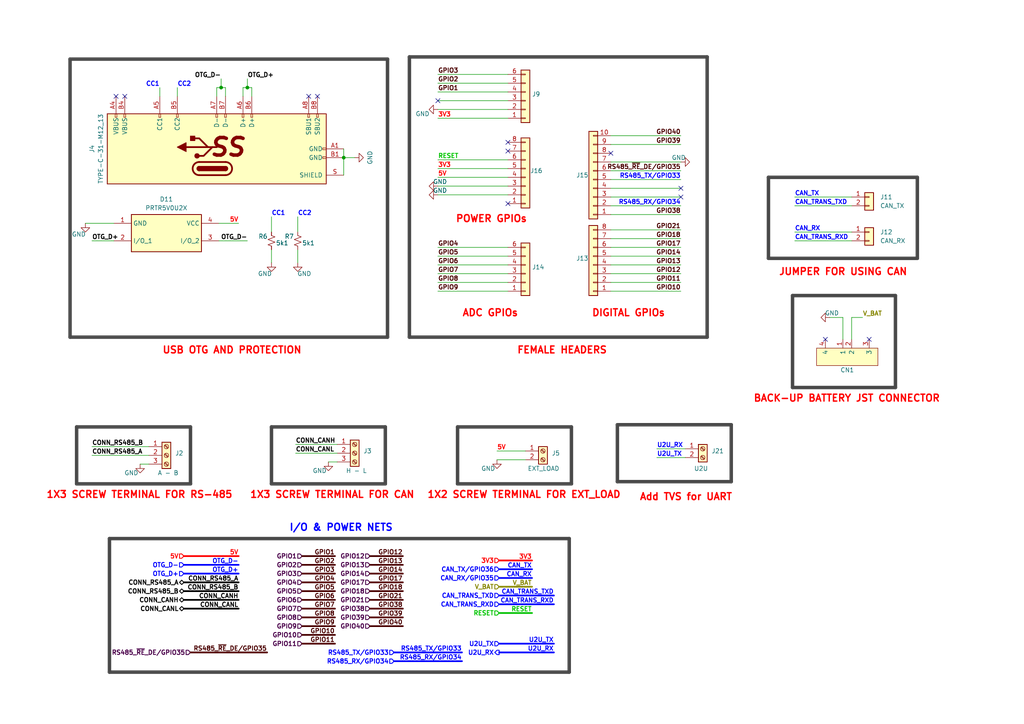
<source format=kicad_sch>
(kicad_sch (version 20230121) (generator eeschema)
  (paper "A4")
  (lib_symbols
    (symbol "ESP32-S3_DB:Conn_01x02" (pin_names (offset 1.016) hide)
      (property "Reference" "J" (at 0 2.54 0))
      (property "Value" "Conn_01x02" (at 0 -5.08 0))
      (symbol "Conn_01x02_1_1"
        (rectangle (start -1.27 -2.413) (end 0 -2.667) (stroke (width 0.1524)))
        (rectangle (start -1.27 0.127) (end 0 -0.127) (stroke (width 0.1524)))
        (rectangle (start -1.27 1.27) (end 1.27 -3.81) (stroke (width 0.254)) (fill (type background)))
        (pin passive line (at -5.08 0 0) (length 3.81) (name "Pin_1") (number "1"))
        (pin passive line (at -5.08 -2.54 0) (length 3.81) (name "Pin_2") (number "2"))
      )
    )
    (symbol "ESP32-S3_DB:Conn_01x06" (pin_names (offset 1.016) hide)
      (property "Reference" "J" (at 0 7.62 0))
      (property "Value" "Conn_01x06" (at 0 -10.16 0))
      (symbol "Conn_01x06_1_1"
        (rectangle (start -1.27 -7.493) (end 0 -7.747) (stroke (width 0.1524)))
        (rectangle (start -1.27 -4.953) (end 0 -5.207) (stroke (width 0.1524)))
        (rectangle (start -1.27 -2.413) (end 0 -2.667) (stroke (width 0.1524)))
        (rectangle (start -1.27 0.127) (end 0 -0.127) (stroke (width 0.1524)))
        (rectangle (start -1.27 2.667) (end 0 2.413) (stroke (width 0.1524)))
        (rectangle (start -1.27 5.207) (end 0 4.953) (stroke (width 0.1524)))
        (rectangle (start -1.27 6.35) (end 1.27 -8.89) (stroke (width 0.254)) (fill (type background)))
        (pin passive line (at -5.08 5.08 0) (length 3.81) (name "Pin_1") (number "1"))
        (pin passive line (at -5.08 2.54 0) (length 3.81) (name "Pin_2") (number "2"))
        (pin passive line (at -5.08 0 0) (length 3.81) (name "Pin_3") (number "3"))
        (pin passive line (at -5.08 -2.54 0) (length 3.81) (name "Pin_4") (number "4"))
        (pin passive line (at -5.08 -5.08 0) (length 3.81) (name "Pin_5") (number "5"))
        (pin passive line (at -5.08 -7.62 0) (length 3.81) (name "Pin_6") (number "6"))
      )
    )
    (symbol "ESP32-S3_DB:Conn_01x08" (pin_names (offset 1.016) hide)
      (property "Reference" "J" (at 0 10.16 0))
      (property "Value" "Conn_01x08" (at 0 -12.7 0))
      (symbol "Conn_01x08_1_1"
        (rectangle (start -1.27 -10.033) (end 0 -10.287) (stroke (width 0.1524)))
        (rectangle (start -1.27 -7.493) (end 0 -7.747) (stroke (width 0.1524)))
        (rectangle (start -1.27 -4.953) (end 0 -5.207) (stroke (width 0.1524)))
        (rectangle (start -1.27 -2.413) (end 0 -2.667) (stroke (width 0.1524)))
        (rectangle (start -1.27 0.127) (end 0 -0.127) (stroke (width 0.1524)))
        (rectangle (start -1.27 2.667) (end 0 2.413) (stroke (width 0.1524)))
        (rectangle (start -1.27 5.207) (end 0 4.953) (stroke (width 0.1524)))
        (rectangle (start -1.27 7.747) (end 0 7.493) (stroke (width 0.1524)))
        (rectangle (start -1.27 8.89) (end 1.27 -11.43) (stroke (width 0.254)) (fill (type background)))
        (pin passive line (at -5.08 7.62 0) (length 3.81) (name "Pin_1") (number "1"))
        (pin passive line (at -5.08 5.08 0) (length 3.81) (name "Pin_2") (number "2"))
        (pin passive line (at -5.08 2.54 0) (length 3.81) (name "Pin_3") (number "3"))
        (pin passive line (at -5.08 0 0) (length 3.81) (name "Pin_4") (number "4"))
        (pin passive line (at -5.08 -2.54 0) (length 3.81) (name "Pin_5") (number "5"))
        (pin passive line (at -5.08 -5.08 0) (length 3.81) (name "Pin_6") (number "6"))
        (pin passive line (at -5.08 -7.62 0) (length 3.81) (name "Pin_7") (number "7"))
        (pin passive line (at -5.08 -10.16 0) (length 3.81) (name "Pin_8") (number "8"))
      )
    )
    (symbol "ESP32-S3_DB:Conn_01x10" (pin_names (offset 1.016) hide)
      (property "Reference" "J" (at 0 12.7 0))
      (property "Value" "Conn_01x10" (at 0 -15.24 0))
      (symbol "Conn_01x10_1_1"
        (rectangle (start -1.27 -12.573) (end 0 -12.827) (stroke (width 0.1524)))
        (rectangle (start -1.27 -10.033) (end 0 -10.287) (stroke (width 0.1524)))
        (rectangle (start -1.27 -7.493) (end 0 -7.747) (stroke (width 0.1524)))
        (rectangle (start -1.27 -4.953) (end 0 -5.207) (stroke (width 0.1524)))
        (rectangle (start -1.27 -2.413) (end 0 -2.667) (stroke (width 0.1524)))
        (rectangle (start -1.27 0.127) (end 0 -0.127) (stroke (width 0.1524)))
        (rectangle (start -1.27 2.667) (end 0 2.413) (stroke (width 0.1524)))
        (rectangle (start -1.27 5.207) (end 0 4.953) (stroke (width 0.1524)))
        (rectangle (start -1.27 7.747) (end 0 7.493) (stroke (width 0.1524)))
        (rectangle (start -1.27 10.287) (end 0 10.033) (stroke (width 0.1524)))
        (rectangle (start -1.27 11.43) (end 1.27 -13.97) (stroke (width 0.254)) (fill (type background)))
        (pin passive line (at -5.08 10.16 0) (length 3.81) (name "Pin_1") (number "1"))
        (pin passive line (at -5.08 -12.7 0) (length 3.81) (name "Pin_10") (number "10"))
        (pin passive line (at -5.08 7.62 0) (length 3.81) (name "Pin_2") (number "2"))
        (pin passive line (at -5.08 5.08 0) (length 3.81) (name "Pin_3") (number "3"))
        (pin passive line (at -5.08 2.54 0) (length 3.81) (name "Pin_4") (number "4"))
        (pin passive line (at -5.08 0 0) (length 3.81) (name "Pin_5") (number "5"))
        (pin passive line (at -5.08 -2.54 0) (length 3.81) (name "Pin_6") (number "6"))
        (pin passive line (at -5.08 -5.08 0) (length 3.81) (name "Pin_7") (number "7"))
        (pin passive line (at -5.08 -7.62 0) (length 3.81) (name "Pin_8") (number "8"))
        (pin passive line (at -5.08 -10.16 0) (length 3.81) (name "Pin_9") (number "9"))
      )
    )
    (symbol "ESP32-S3_DB:GND" (power) (pin_names (offset 0))
      (property "Value" "GND" (at 0 -3.81 0))
      (symbol "GND_0_1"
        (polyline (pts (xy 0 0) (xy 0 -1.27) (xy 1.27 -1.27) (xy 0 -2.54) (xy -1.27 -1.27) (xy 0 -1.27)))
      )
      (symbol "GND_1_1"
        (pin power_in line (at 0 0 270) (length 0) hide (name "GND") (number "1"))
      )
    )
    (symbol "ESP32-S3_DB:PRTR5V0U2X"
      (property "Reference" "D" (at 14.605 6.985 0))
      (property "Value" "PRTR5V0U2X" (at 9.525 5.08 0))
      (symbol "PRTR5V0U2X_1_1"
        (rectangle (start 5.08 2.54) (end 25.4 -8.255) (stroke (width 0.254)) (fill (type background)))
        (pin passive line (at 0 0 0) (length 5.08) (name "GND") (number "1"))
        (pin passive line (at 0 -5.08 0) (length 5.08) (name "I/O_1") (number "2"))
        (pin passive line (at 30.48 -5.08 180) (length 5.08) (name "I/O_2") (number "3"))
        (pin passive line (at 30.48 0 180) (length 5.08) (name "VCC") (number "4"))
      )
    )
    (symbol "ESP32-S3_DB:R_Small_US" (pin_numbers hide) (pin_names (offset 0.254) hide)
      (property "Reference" "R" (at 0.762 0.508 0))
      (property "Value" "R_Small_US" (at 0.762 -1.016 0))
      (symbol "R_Small_US_1_1"
        (polyline (pts (xy 0 0) (xy 1.016 -0.381) (xy 0 -0.762) (xy -1.016 -1.143) (xy 0 -1.524)))
        (polyline (pts (xy 0 1.524) (xy 1.016 1.143) (xy 0 0.762) (xy -1.016 0.381) (xy 0 0)))
        (pin passive line (at 0 2.54 270) (length 1.016) (name "~") (number "1"))
        (pin passive line (at 0 -2.54 90) (length 1.016) (name "~") (number "2"))
      )
    )
    (symbol "ESP32-S3_DB:SM02B-SRSS-TB(LF)(SN)"
      (property "Reference" "CN" (at 0 8.89 0))
      (property "Value" "SM02B-SRSS-TB (LF)(SN)" (at 0 -1.27 0))
      (symbol "SM02B-SRSS-TB(LF)(SN)_0_1"
        (rectangle (start -8.89 1.27) (end 8.89 -3.81) (fill (type background)))
        (pin unspecified line (at -1.27 3.81 270) (length 2.54) (name "1") (number "1"))
        (pin unspecified line (at 1.27 3.81 270) (length 2.54) (name "2") (number "2"))
        (pin unspecified line (at 6.35 3.81 270) (length 2.54) (name "3") (number "3"))
        (pin unspecified line (at -6.35 3.81 270) (length 2.54) (name "4") (number "4"))
      )
    )
    (symbol "ESP32-S3_DB:Screw_Terminal_01x02" (pin_names (offset 1.016) hide)
      (property "Reference" "J" (at 0 2.54 0))
      (property "Value" "Screw_Terminal_01x02" (at 0 -5.08 0))
      (symbol "Screw_Terminal_01x02_1_1"
        (rectangle (start -1.27 1.27) (end 1.27 -3.81) (stroke (width 0.254)) (fill (type background)))
        (circle (center 0 -2.54) (radius 0.635) (stroke (width 0.1524)))
        (polyline (pts (xy -0.5334 -2.2098) (xy 0.3302 -3.048)) (stroke (width 0.1524)))
        (polyline (pts (xy -0.5334 0.3302) (xy 0.3302 -0.508)) (stroke (width 0.1524)))
        (polyline (pts (xy -0.3556 -2.032) (xy 0.508 -2.8702)) (stroke (width 0.1524)))
        (polyline (pts (xy -0.3556 0.508) (xy 0.508 -0.3302)) (stroke (width 0.1524)))
        (circle (center 0 0) (radius 0.635) (stroke (width 0.1524)))
        (pin passive line (at -5.08 0 0) (length 3.81) (name "Pin_1") (number "1"))
        (pin passive line (at -5.08 -2.54 0) (length 3.81) (name "Pin_2") (number "2"))
      )
    )
    (symbol "ESP32-S3_DB:Screw_Terminal_01x03" (pin_names (offset 1.016) hide)
      (property "Reference" "J" (at 0 5.08 0))
      (property "Value" "Screw_Terminal_01x03" (at 0 -5.08 0))
      (symbol "Screw_Terminal_01x03_1_1"
        (rectangle (start -1.27 3.81) (end 1.27 -3.81) (stroke (width 0.254)) (fill (type background)))
        (circle (center 0 -2.54) (radius 0.635) (stroke (width 0.1524)))
        (polyline (pts (xy -0.5334 -2.2098) (xy 0.3302 -3.048)) (stroke (width 0.1524)))
        (polyline (pts (xy -0.5334 0.3302) (xy 0.3302 -0.508)) (stroke (width 0.1524)))
        (polyline (pts (xy -0.5334 2.8702) (xy 0.3302 2.032)) (stroke (width 0.1524)))
        (polyline (pts (xy -0.3556 -2.032) (xy 0.508 -2.8702)) (stroke (width 0.1524)))
        (polyline (pts (xy -0.3556 0.508) (xy 0.508 -0.3302)) (stroke (width 0.1524)))
        (polyline (pts (xy -0.3556 3.048) (xy 0.508 2.2098)) (stroke (width 0.1524)))
        (circle (center 0 0) (radius 0.635) (stroke (width 0.1524)))
        (circle (center 0 2.54) (radius 0.635) (stroke (width 0.1524)))
        (pin passive line (at -5.08 2.54 0) (length 3.81) (name "Pin_1") (number "1"))
        (pin passive line (at -5.08 0 0) (length 3.81) (name "Pin_2") (number "2"))
        (pin passive line (at -5.08 -2.54 0) (length 3.81) (name "Pin_3") (number "3"))
      )
    )
    (symbol "ESP32-S3_DB:TYPE_C_CONNECTOR" (pin_names (offset 1.016))
      (property "Reference" "J4" (at 0 36.195 0))
      (property "Value" "TYPE-C-31-M12_13" (at 0 33.655 0))
      (symbol "TYPE_C_CONNECTOR_0_0"
        (rectangle (start -0.254 -31.75) (end 0.254 -30.734))
        (rectangle (start 10.16 -28.956) (end 9.144 -29.464))
        (rectangle (start 10.16 -26.416) (end 9.144 -26.924))
        (rectangle (start 10.16 -9.906) (end 9.144 -10.414))
        (rectangle (start 10.16 -7.366) (end 9.144 -7.874))
        (rectangle (start 10.16 -2.286) (end 9.144 -2.794))
        (rectangle (start 10.16 0.254) (end 9.144 -0.254))
        (rectangle (start 10.16 11.684) (end 9.144 11.176))
        (rectangle (start 10.16 16.764) (end 9.144 16.256))
        (rectangle (start 10.16 29.464) (end 9.144 28.956))
        (text "SS" (at 0.508 -3.175 900) (effects (font (size 5.08 5.08) bold italic)))
      )
      (symbol "TYPE_C_CONNECTOR_0_1"
        (rectangle (start -10.16 31.75) (end 10.16 -31.75) (stroke (width 0.254)) (fill (type background)))
        (arc (start -7.62 -2.54) (mid -5.715 -4.4367) (end -3.81 -2.54) (stroke (width 0.508)))
        (arc (start -6.35 -2.54) (mid -5.715 -3.1723) (end -5.08 -2.54) (stroke (width 0.254)))
        (arc (start -6.35 -2.54) (mid -5.715 -3.1723) (end -5.08 -2.54) (stroke (width 0.254)) (fill (type outline)))
        (rectangle (start -6.35 -2.54) (end -5.08 5.08) (stroke (width 0.254)) (fill (type outline)))
        (arc (start -5.08 5.08) (mid -5.715 5.7123) (end -6.35 5.08) (stroke (width 0.254)))
        (arc (start -5.08 5.08) (mid -5.715 5.7123) (end -6.35 5.08) (stroke (width 0.254)) (fill (type outline)))
        (arc (start -3.81 5.08) (mid -5.715 6.9767) (end -7.62 5.08) (stroke (width 0.508)))
        (circle (center -2.032 5.715) (radius 0.635) (stroke (width 0.254)) (fill (type outline)))
        (polyline (pts (xy -7.62 -2.54) (xy -7.62 5.08)) (stroke (width 0.508)))
        (polyline (pts (xy -3.81 5.08) (xy -3.81 -2.54)) (stroke (width 0.508)))
        (polyline (pts (xy 0.508 0) (xy 0.508 8.89)) (stroke (width 0.508)))
        (polyline (pts (xy 0.508 1.27) (xy -2.032 3.81) (xy -2.032 5.08)) (stroke (width 0.508)))
        (polyline (pts (xy 0.508 2.54) (xy 3.048 5.08) (xy 3.048 6.35)) (stroke (width 0.508)))
        (polyline (pts (xy -0.762 8.89) (xy 0.508 11.43) (xy 1.778 8.89) (xy -0.762 8.89)) (stroke (width 0.254)) (fill (type outline)))
        (rectangle (start 2.413 6.35) (end 3.683 7.62) (stroke (width 0.254)) (fill (type outline)))
      )
      (symbol "TYPE_C_CONNECTOR_1_1"
        (rectangle (start -2.794 -31.75) (end -2.286 -30.734))
        (rectangle (start 10.16 26.924) (end 9.144 26.416))
        (pin power_out line (at 0 -36.83 90) (length 5.08) (name "GND") (number "A1"))
        (pin power_out line (at 15.24 29.21 180) (length 5.08) (name "VBUS") (number "A4"))
        (pin bidirectional line (at 15.24 16.51 180) (length 5.08) (name "CC1") (number "A5"))
        (pin bidirectional line (at 15.24 -7.62 180) (length 5.08) (name "D+") (number "A6"))
        (pin bidirectional line (at 15.24 0 180) (length 5.08) (name "D-") (number "A7"))
        (pin bidirectional line (at 15.24 -26.67 180) (length 5.08) (name "SBU1") (number "A8"))
        (pin power_out line (at -2.54 -36.83 90) (length 5.08) (name "GND") (number "B1"))
        (pin power_out line (at 15.24 26.67 180) (length 5.08) (name "VBUS") (number "B4"))
        (pin bidirectional line (at 15.24 11.43 180) (length 5.08) (name "CC2") (number "B5"))
        (pin bidirectional line (at 15.24 -10.16 180) (length 5.08) (name "D+") (number "B6"))
        (pin bidirectional line (at 15.24 -2.54 180) (length 5.08) (name "D-") (number "B7"))
        (pin bidirectional line (at 15.24 -29.21 180) (length 5.08) (name "SBU2") (number "B8"))
        (pin passive line (at -7.62 -36.83 90) (length 5.08) (name "SHIELD") (number "S"))
      )
    )
  )
  (junction (at 99.695 45.72))
  (junction (at 64.135 25.4))
  (junction (at 71.755 25.4))
  (no_connect (at 177.165 44.45))
  (no_connect (at 147.32 59.055))
  (no_connect (at 92.075 27.94))
  (no_connect (at 33.655 27.94))
  (no_connect (at 127 29.21))
  (no_connect (at 252.095 98.425))
  (no_connect (at 197.485 57.15))
  (no_connect (at 197.485 54.61))
  (no_connect (at 147.32 41.275))
  (no_connect (at 89.535 27.94))
  (no_connect (at 147.32 43.815))
  (no_connect (at 239.395 98.425))
  (no_connect (at 36.195 27.94))
  (wire (pts (xy 102.87 45.72) (xy 99.695 45.72)))
  (wire (pts (xy 69.215 173.99) (xy 53.34 173.99)) (stroke (width 0.5) (color 0 0 0 1)))
  (wire (pts (xy 97.155 168.91) (xy 87.63 168.91)) (stroke (width 0.5) (color 72 0 0 1)))
  (bus (pts (xy 78.74 140.335) (xy 78.74 123.825)) (stroke (width 1) (color 72 72 72 1)))
  (wire (pts (xy 230.505 57.15) (xy 247.015 57.15)))
  (wire (pts (xy 177.165 71.755) (xy 197.485 71.755)))
  (wire (pts (xy 51.435 25.4) (xy 51.435 27.94)))
  (wire (pts (xy 127 24.13) (xy 147.32 24.13)))
  (wire (pts (xy 177.165 74.295) (xy 197.485 74.295)))
  (wire (pts (xy 116.84 179.07) (xy 107.315 179.07)) (stroke (width 0.5) (color 72 0 0 1)))
  (wire (pts (xy 62.865 25.4) (xy 64.135 25.4)))
  (wire (pts (xy 127 71.755) (xy 147.32 71.755)))
  (wire (pts (xy 97.155 163.83) (xy 87.63 163.83)) (stroke (width 0.5) (color 72 0 0 1)))
  (bus (pts (xy 165.1 194.945) (xy 31.75 194.945)) (stroke (width 1) (color 72 72 72 1)))
  (bus (pts (xy 118.745 16.51) (xy 118.745 97.79)) (stroke (width 1) (color 72 72 72 1)))
  (wire (pts (xy 244.475 92.075) (xy 244.475 98.425)))
  (wire (pts (xy 127 81.915) (xy 147.32 81.915)))
  (wire (pts (xy 73.025 25.4) (xy 73.025 27.94)))
  (wire (pts (xy 116.84 171.45) (xy 107.315 171.45)) (stroke (width 0.5) (color 72 0 0 1)))
  (wire (pts (xy 154.305 162.56) (xy 144.78 162.56)) (stroke (width 0.5) (color 255 0 0 1)))
  (wire (pts (xy 127 84.455) (xy 147.32 84.455)))
  (wire (pts (xy 127 79.375) (xy 147.32 79.375)))
  (wire (pts (xy 97.155 173.99) (xy 87.63 173.99)) (stroke (width 0.5) (color 72 0 0 1)))
  (wire (pts (xy 190.5 132.715) (xy 198.755 132.715)))
  (bus (pts (xy 31.75 156.21) (xy 31.75 194.945)) (stroke (width 1) (color 72 72 72 1)))
  (wire (pts (xy 154.305 177.8) (xy 144.78 177.8)) (stroke (width 0.5) (color 0 194 0 1)))
  (wire (pts (xy 24.765 64.77) (xy 33.02 64.77)))
  (wire (pts (xy 127 53.975) (xy 147.32 53.975)))
  (bus (pts (xy 165.735 140.335) (xy 132.715 140.335)) (stroke (width 1) (color 72 72 72 1)))
  (wire (pts (xy 64.135 25.4) (xy 64.135 22.86)))
  (wire (pts (xy 71.755 69.85) (xy 63.5 69.85)))
  (wire (pts (xy 144.145 133.35) (xy 152.4 133.35)))
  (bus (pts (xy 266.065 51.435) (xy 266.065 74.93)) (stroke (width 1) (color 72 72 72 1)))
  (wire (pts (xy 160.655 186.69) (xy 144.78 186.69)) (stroke (width 0.5) (color 0 0 255 1)))
  (bus (pts (xy 78.74 123.825) (xy 111.76 123.825)) (stroke (width 1) (color 72 72 72 1)))
  (wire (pts (xy 240.665 92.075) (xy 244.475 92.075)))
  (bus (pts (xy 55.245 123.825) (xy 55.245 140.335)) (stroke (width 1) (color 72 72 72 1)))
  (wire (pts (xy 160.655 189.23) (xy 144.78 189.23)) (stroke (width 0.5) (color 0 0 255 1)))
  (wire (pts (xy 154.305 167.64) (xy 144.78 167.64)) (stroke (width 0.5) (color 0 0 255 1)))
  (bus (pts (xy 132.715 140.335) (xy 132.715 123.825)) (stroke (width 1) (color 72 72 72 1)))
  (bus (pts (xy 229.87 85.725) (xy 229.87 112.395)) (stroke (width 1) (color 72 72 72 1)))
  (wire (pts (xy 26.67 132.08) (xy 43.18 132.08)))
  (wire (pts (xy 116.84 161.29) (xy 107.315 161.29)) (stroke (width 0.5) (color 72 0 0 1)))
  (wire (pts (xy 127 31.75) (xy 147.32 31.75)))
  (wire (pts (xy 78.74 76.2) (xy 78.74 72.39)))
  (bus (pts (xy 31.75 156.21) (xy 165.1 156.21)) (stroke (width 1) (color 72 72 72 1)))
  (wire (pts (xy 177.165 39.37) (xy 197.485 39.37)))
  (wire (pts (xy 250.19 92.075) (xy 247.015 92.075)))
  (bus (pts (xy 111.76 140.335) (xy 78.74 140.335)) (stroke (width 1) (color 72 72 72 1)))
  (wire (pts (xy 116.84 163.83) (xy 107.315 163.83)) (stroke (width 0.5) (color 72 0 0 1)))
  (wire (pts (xy 127 29.21) (xy 147.32 29.21)))
  (wire (pts (xy 65.405 25.4) (xy 65.405 27.94)))
  (wire (pts (xy 116.84 176.53) (xy 107.315 176.53)) (stroke (width 0.5) (color 72 0 0 1)))
  (wire (pts (xy 70.485 25.4) (xy 71.755 25.4)))
  (wire (pts (xy 62.865 27.94) (xy 62.865 25.4)))
  (wire (pts (xy 177.165 59.69) (xy 197.485 59.69)))
  (wire (pts (xy 127 48.895) (xy 147.32 48.895)))
  (wire (pts (xy 177.165 81.915) (xy 197.485 81.915)))
  (wire (pts (xy 230.505 59.69) (xy 247.015 59.69)))
  (wire (pts (xy 116.84 168.91) (xy 107.315 168.91)) (stroke (width 0.5) (color 72 0 0 1)))
  (wire (pts (xy 97.155 166.37) (xy 87.63 166.37)) (stroke (width 0.5) (color 72 0 0 1)))
  (bus (pts (xy 179.07 123.19) (xy 212.09 123.19)) (stroke (width 1) (color 72 72 72 1)))
  (wire (pts (xy 116.84 173.99) (xy 107.315 173.99)) (stroke (width 0.5) (color 72 0 0 1)))
  (bus (pts (xy 112.395 97.79) (xy 112.395 17.145)) (stroke (width 1) (color 72 72 72 1)))
  (wire (pts (xy 177.165 41.91) (xy 197.485 41.91)))
  (wire (pts (xy 116.84 166.37) (xy 107.315 166.37)) (stroke (width 0.5) (color 72 0 0 1)))
  (wire (pts (xy 69.215 64.77) (xy 63.5 64.77)))
  (wire (pts (xy 26.67 129.54) (xy 43.18 129.54)))
  (wire (pts (xy 177.165 54.61) (xy 197.485 54.61)))
  (wire (pts (xy 85.725 128.905) (xy 97.79 128.905)))
  (wire (pts (xy 127 76.835) (xy 147.32 76.835)))
  (wire (pts (xy 230.505 67.31) (xy 247.015 67.31)))
  (wire (pts (xy 97.155 176.53) (xy 87.63 176.53)) (stroke (width 0.5) (color 72 0 0 1)))
  (wire (pts (xy 177.165 66.675) (xy 197.485 66.675)))
  (wire (pts (xy 46.355 25.4) (xy 46.355 27.94)))
  (wire (pts (xy 71.755 25.4) (xy 71.755 22.86)))
  (wire (pts (xy 154.305 170.18) (xy 144.78 170.18)) (stroke (width 0.5) (color 132 132 0 1)))
  (wire (pts (xy 133.985 191.77) (xy 114.3 191.77)) (stroke (width 0.5) (color 0 0 255 1)))
  (wire (pts (xy 69.215 166.37) (xy 53.34 166.37)) (stroke (width 0.5) (color 0 0 255 1)))
  (wire (pts (xy 190.5 130.175) (xy 198.755 130.175)))
  (wire (pts (xy 144.145 130.81) (xy 152.4 130.81)))
  (wire (pts (xy 160.655 172.72) (xy 144.78 172.72)) (stroke (width 0.5) (color 0 0 255 1)))
  (wire (pts (xy 71.755 25.4) (xy 73.025 25.4)))
  (wire (pts (xy 177.165 69.215) (xy 197.485 69.215)))
  (bus (pts (xy 259.715 85.725) (xy 259.715 112.395)) (stroke (width 1) (color 72 72 72 1)))
  (wire (pts (xy 69.215 163.83) (xy 53.34 163.83)) (stroke (width 0.5) (color 0 0 255 1)))
  (bus (pts (xy 132.715 123.825) (xy 165.735 123.825)) (stroke (width 1) (color 72 72 72 1)))
  (bus (pts (xy 259.715 112.395) (xy 229.87 112.395)) (stroke (width 1) (color 72 72 72 1)))
  (wire (pts (xy 86.36 67.31) (xy 86.36 62.865)))
  (wire (pts (xy 69.215 168.91) (xy 53.34 168.91)) (stroke (width 0.5) (color 0 0 0 1)))
  (wire (pts (xy 78.74 67.31) (xy 78.74 62.865)))
  (bus (pts (xy 22.225 123.825) (xy 55.245 123.825)) (stroke (width 1) (color 72 72 72 1)))
  (wire (pts (xy 40.64 134.62) (xy 43.18 134.62)))
  (bus (pts (xy 111.76 123.825) (xy 111.76 140.335)) (stroke (width 1) (color 72 72 72 1)))
  (bus (pts (xy 20.32 97.79) (xy 112.395 97.79)) (stroke (width 1) (color 72 72 72 1)))
  (wire (pts (xy 154.305 165.1) (xy 144.78 165.1)) (stroke (width 0.5) (color 0 0 255 1)))
  (wire (pts (xy 160.655 175.26) (xy 144.78 175.26)) (stroke (width 0.5) (color 0 0 255 1)))
  (wire (pts (xy 97.155 161.29) (xy 87.63 161.29)) (stroke (width 0.5) (color 72 0 0 1)))
  (bus (pts (xy 22.225 140.335) (xy 22.225 123.825)) (stroke (width 1) (color 72 72 72 1)))
  (bus (pts (xy 55.245 140.335) (xy 22.225 140.335)) (stroke (width 1) (color 72 72 72 1)))
  (bus (pts (xy 165.735 123.825) (xy 165.735 140.335)) (stroke (width 1) (color 72 72 72 1)))
  (wire (pts (xy 97.155 179.07) (xy 87.63 179.07)) (stroke (width 0.5) (color 72 0 0 1)))
  (wire (pts (xy 247.015 92.075) (xy 247.015 98.425)))
  (bus (pts (xy 205.105 16.51) (xy 205.105 97.79)) (stroke (width 1) (color 72 72 72 1)))
  (wire (pts (xy 197.485 62.23) (xy 177.165 62.23)))
  (bus (pts (xy 212.09 139.7) (xy 179.07 139.7)) (stroke (width 1) (color 72 72 72 1)))
  (wire (pts (xy 127 56.515) (xy 147.32 56.515)))
  (wire (pts (xy 177.165 57.15) (xy 197.485 57.15)))
  (wire (pts (xy 97.155 181.61) (xy 87.63 181.61)) (stroke (width 0.5) (color 72 0 0 1)))
  (wire (pts (xy 127 46.355) (xy 147.32 46.355)))
  (bus (pts (xy 266.065 74.93) (xy 222.885 74.93)) (stroke (width 1) (color 72 72 72 1)))
  (bus (pts (xy 212.09 123.19) (xy 212.09 139.7)) (stroke (width 1) (color 72 72 72 1)))
  (bus (pts (xy 165.1 156.21) (xy 165.1 194.945)) (stroke (width 1) (color 72 72 72 1)))
  (wire (pts (xy 127 74.295) (xy 147.32 74.295)))
  (bus (pts (xy 229.87 85.725) (xy 259.715 85.725)) (stroke (width 1) (color 72 72 72 1)))
  (bus (pts (xy 112.395 17.145) (xy 20.32 17.145)) (stroke (width 1) (color 72 72 72 1)))
  (wire (pts (xy 97.155 171.45) (xy 87.63 171.45)) (stroke (width 0.5) (color 72 0 0 1)))
  (wire (pts (xy 177.165 49.53) (xy 197.485 49.53)))
  (wire (pts (xy 85.725 131.445) (xy 97.79 131.445)))
  (wire (pts (xy 26.67 69.85) (xy 33.02 69.85)))
  (wire (pts (xy 77.47 189.23) (xy 55.245 189.23)) (stroke (width 0.5) (color 72 0 0 1)))
  (wire (pts (xy 69.215 176.53) (xy 53.34 176.53)) (stroke (width 0.5) (color 0 0 0 1)))
  (wire (pts (xy 116.84 181.61) (xy 107.315 181.61)) (stroke (width 0.5) (color 72 0 0 1)))
  (wire (pts (xy 133.985 189.23) (xy 114.3 189.23)) (stroke (width 0.5) (color 0 0 255 1)))
  (wire (pts (xy 177.165 46.99) (xy 197.485 46.99)))
  (wire (pts (xy 127 21.59) (xy 147.32 21.59)))
  (wire (pts (xy 177.165 84.455) (xy 197.485 84.455)))
  (bus (pts (xy 222.885 51.435) (xy 266.065 51.435)) (stroke (width 1) (color 72 72 72 1)))
  (wire (pts (xy 127 26.67) (xy 147.32 26.67)))
  (wire (pts (xy 64.135 25.4) (xy 65.405 25.4)))
  (wire (pts (xy 127 34.29) (xy 147.32 34.29)))
  (wire (pts (xy 177.165 76.835) (xy 197.485 76.835)))
  (wire (pts (xy 99.695 50.8) (xy 99.695 45.72)))
  (wire (pts (xy 177.165 79.375) (xy 197.485 79.375)))
  (wire (pts (xy 99.695 45.72) (xy 99.695 43.18)))
  (wire (pts (xy 95.25 133.985) (xy 97.79 133.985)))
  (bus (pts (xy 20.32 17.145) (xy 20.32 97.79)) (stroke (width 1) (color 72 72 72 1)))
  (wire (pts (xy 86.36 76.2) (xy 86.36 72.39)))
  (bus (pts (xy 205.105 97.79) (xy 118.745 97.79)) (stroke (width 1) (color 72 72 72 1)))
  (wire (pts (xy 230.505 69.85) (xy 247.015 69.85)))
  (wire (pts (xy 97.155 184.15) (xy 87.63 184.15)) (stroke (width 0.5) (color 72 0 0 1)))
  (wire (pts (xy 69.215 171.45) (xy 53.34 171.45)) (stroke (width 0.5) (color 0 0 0 1)))
  (wire (pts (xy 127 51.435) (xy 147.32 51.435)))
  (wire (pts (xy 69.215 161.29) (xy 53.34 161.29)) (stroke (width 0.5) (color 255 0 0 1)))
  (wire (pts (xy 177.165 52.07) (xy 197.485 52.07)))
  (wire (pts (xy 97.155 186.69) (xy 87.63 186.69)) (stroke (width 0.5) (color 72 0 0 1)))
  (bus (pts (xy 179.07 139.7) (xy 179.07 123.19)) (stroke (width 1) (color 72 72 72 1)))
  (wire (pts (xy 70.485 27.94) (xy 70.485 25.4)))
  (bus (pts (xy 118.745 16.51) (xy 205.105 16.51)) (stroke (width 1) (color 72 72 72 1)))
  (bus (pts (xy 222.885 51.435) (xy 222.885 74.93)) (stroke (width 1) (color 72 72 72 1)))
  (text "DIGITAL GPIOs" (at 193.04 92.075 0) (effects (font (size 2 2) bold) (justify right bottom)))
  (text "1X3 SCREW TERMINAL FOR RS-485" (at 13.335 144.78 0) (effects (font (size 2 2) bold) (justify left bottom)))
  (text "FEMALE HEADERS" (at 149.86 102.87 0) (effects (font (size 2 2) bold) (justify left bottom)))
  (text "1X2 SCREW TERMINAL FOR EXT_LOAD" (at 123.825 144.78 0) (effects (font (size 2 2) bold) (justify left bottom)))
  (text "Add TVS for UART\n" (at 185.42 145.415 0) (effects (font (size 2 2) bold) (justify left bottom)))
  (text "ADC GPIOs" (at 133.985 92.075 0) (effects (font (size 2 2) bold) (justify left bottom)))
  (text "JUMPER FOR USING CAN" (at 225.806 80.137 0) (effects (font (size 2 2) bold) (justify left bottom)))
  (text "USB OTG AND PROTECTION" (at 46.99 102.87 0) (effects (font (size 2 2) bold) (justify left bottom)))
  (text "1X3 SCREW TERMINAL FOR CAN" (at 72.39 144.78 0) (effects (font (size 2 2) bold) (justify left bottom)))
  (text "I/O & POWER NETS" (at 83.82 154.305 0) (effects (font (size 2 2) bold) (justify left bottom)))
  (text "POWER GPIOs" (at 132.08 64.77 0) (effects (font (size 2 2) bold) (justify left bottom)))
  (text "BACK-UP BATTERY JST CONNECTOR" (at 218.44 116.84 0) (effects (font (size 2 2) bold) (justify left bottom)))
  (label "GPIO18" (at 116.84 171.45 180) (effects (font bold)))
  (label "RS485_TX{slash}GPIO33" (at 133.985 189.23 180) (effects (font bold)))
  (label "GPIO18" (at 197.485 69.215 180) (effects (font bold)))
  (label "V_BAT" (at 250.19 92.075 0) (effects (font bold)))
  (label "GPIO10" (at 197.485 84.455 180) (effects (font bold)))
  (label "CAN_RX" (at 230.505 67.31 0) (effects (font bold)))
  (label "GPIO38" (at 197.485 62.23 180) (effects (font bold)))
  (label "GPIO13" (at 197.485 76.835 180) (effects (font bold)))
  (label "GPIO10" (at 97.155 184.15 180) (effects (font bold)))
  (label "OTG_D-" (at 69.215 163.83 180) (effects (font bold)))
  (label "5V" (at 69.215 161.29 180) (effects (font bold)))
  (label "CAN_TX" (at 230.505 57.15 0) (effects (font bold)))
  (label "CONN_RS485_A" (at 26.67 132.08 0) (effects (font bold)))
  (label "GPIO1" (at 127 26.67 0) (effects (font bold)))
  (label "CAN_TX" (at 154.305 165.1 180) (effects (font bold)))
  (label "CAN_TRANS_RXD" (at 230.505 69.85 0) (effects (font (thickness 0.254) bold)))
  (label "CONN_CANH" (at 69.215 173.99 180) (effects (font bold)))
  (label "GPIO8" (at 127 81.915 0) (effects (font bold)))
  (label "CAN_TRANS_TXD" (at 160.655 172.72 180) (effects (font (thickness 0.254) bold)))
  (label "RESET" (at 154.305 177.8 180) (effects (font bold)))
  (label "GPIO39" (at 116.84 179.07 180) (effects (font bold)))
  (label "RS485_RX{slash}GPIO34" (at 197.485 59.69 180) (effects (font bold)))
  (label "GPIO13" (at 116.84 163.83 180) (effects (font bold)))
  (label "GPIO12" (at 116.84 161.29 180) (effects (font bold)))
  (label "CC1" (at 78.74 62.865 0) (effects (font bold)))
  (label "GPIO8" (at 97.155 179.07 180) (effects (font bold)))
  (label "GPIO12" (at 197.485 79.375 180) (effects (font bold)))
  (label "GPIO39" (at 197.485 41.91 180) (effects (font bold)))
  (label "OTG_D+" (at 26.67 69.85 0) (effects (font bold)))
  (label "U2U_TX" (at 190.5 132.715 0) (effects (font bold)))
  (label "5V" (at 144.145 130.81 0) (effects (font bold)))
  (label "CC1" (at 46.355 25.4 180) (effects (font bold)))
  (label "RS485_~{RE}_DE{slash}GPIO35" (at 197.485 49.53 180) (effects (font bold)))
  (label "GPIO2" (at 97.155 163.83 180) (effects (font bold)))
  (label "GPIO4" (at 127 71.755 0) (effects (font bold)))
  (label "GPIO14" (at 197.485 74.295 180) (effects (font bold)))
  (label "CAN_TRANS_TXD" (at 230.505 59.69 0) (effects (font (thickness 0.254) bold)))
  (label "GPIO40" (at 116.84 181.61 180) (effects (font bold)))
  (label "GPIO21" (at 197.485 66.675 180) (effects (font bold)))
  (label "U2U_TX" (at 160.655 186.69 180) (effects (font bold)))
  (label "OTG_D-" (at 64.135 22.86 180) (effects (font bold)))
  (label "GPIO6" (at 127 76.835 0) (effects (font bold)))
  (label "GPIO6" (at 97.155 173.99 180) (effects (font bold)))
  (label "CONN_RS485_A" (at 69.215 168.91 180) (effects (font bold)))
  (label "CC2" (at 86.36 62.865 0) (effects (font bold)))
  (label "CONN_CANL" (at 69.215 176.53 180) (effects (font bold)))
  (label "GPIO14" (at 116.84 166.37 180) (effects (font bold)))
  (label "5V" (at 69.215 64.77 180) (effects (font bold)))
  (label "CONN_RS485_B" (at 26.67 129.54 0) (effects (font bold)))
  (label "GPIO11" (at 197.485 81.915 180) (effects (font bold)))
  (label "U2U_RX" (at 160.655 189.23 180) (effects (font bold)))
  (label "GPIO5" (at 127 74.295 0) (effects (font bold)))
  (label "GPIO7" (at 97.155 176.53 180) (effects (font bold)))
  (label "GPIO3" (at 127 21.59 0) (effects (font bold)))
  (label "V_BAT" (at 154.305 170.18 180) (effects (font bold)))
  (label "GPIO17" (at 197.485 71.755 180) (effects (font bold)))
  (label "CONN_CANH" (at 85.725 128.905 0) (effects (font bold)))
  (label "GPIO7" (at 127 79.375 0) (effects (font bold)))
  (label "3V3" (at 127 48.895 0) (effects (font bold)))
  (label "GPIO17" (at 116.84 168.91 180) (effects (font bold)))
  (label "3V3" (at 154.305 162.56 180) (effects (font bold)))
  (label "OTG_D+" (at 71.755 22.86 0) (effects (font bold)))
  (label "CC2" (at 51.435 25.4 0) (effects (font bold)))
  (label "GPIO2" (at 127 24.13 0) (effects (font bold)))
  (label "U2U_RX" (at 190.5 130.175 0) (effects (font bold)))
  (label "CAN_TRANS_RXD" (at 160.655 175.26 180) (effects (font (thickness 0.254) bold)))
  (label "OTG_D+" (at 69.215 166.37 180) (effects (font bold)))
  (label "GPIO4" (at 97.155 168.91 180) (effects (font bold)))
  (label "GPIO21" (at 116.84 173.99 180) (effects (font bold)))
  (label "RS485_~{RE}_DE{slash}GPIO35" (at 77.47 189.23 180) (effects (font bold)))
  (label "GPIO11" (at 97.155 186.69 180) (effects (font bold)))
  (label "GPIO3" (at 97.155 166.37 180) (effects (font bold)))
  (label "3V3" (at 127 34.29 0) (effects (font bold)))
  (label "GPIO38" (at 116.84 176.53 180) (effects (font bold)))
  (label "RS485_TX{slash}GPIO33" (at 197.485 52.07 180) (effects (font bold)))
  (label "GPIO9" (at 97.155 181.61 180) (effects (font bold)))
  (label "CONN_CANL" (at 85.725 131.445 0) (effects (font bold)))
  (label "CAN_RX" (at 154.305 167.64 180) (effects (font bold)))
  (label "5V" (at 127 51.435 0) (effects (font bold)))
  (label "RESET" (at 127 46.355 0) (effects (font bold)))
  (label "CONN_RS485_B" (at 69.215 171.45 180) (effects (font bold)))
  (label "GPIO5" (at 97.155 171.45 180) (effects (font bold)))
  (label "GPIO1" (at 97.155 161.29 180) (effects (font bold)))
  (label "GPIO40" (at 197.485 39.37 180) (effects (font bold)))
  (label "OTG_D-" (at 71.755 69.85 180) (effects (font bold)))
  (label "GPIO9" (at 127 84.455 0) (effects (font bold)))
  (label "RS485_RX{slash}GPIO34" (at 133.985 191.77 180) (effects (font bold)))
  (hierarchical_label "GPIO3" (shape input) (at 87.63 166.37 180) (effects (font (thickness 0.254) bold)))
  (hierarchical_label "RS485_~{RE}_DE{slash}GPIO35" (shape input) (at 55.245 189.23 180) (effects (font (thickness 0.254) bold)))
  (hierarchical_label "U2U_RX" (shape output) (at 144.78 189.23 180) (effects (font (thickness 0.254) bold)))
  (hierarchical_label "GPIO21" (shape input) (at 107.315 173.99 180) (effects (font (thickness 0.254) bold)))
  (hierarchical_label "CONN_CANL" (shape bidirectional) (at 53.34 176.53 180) (effects (font bold)))
  (hierarchical_label "GPIO13" (shape input) (at 107.315 163.83 180) (effects (font (thickness 0.254) bold)))
  (hierarchical_label "GPIO5" (shape input) (at 87.63 171.45 180) (effects (font (thickness 0.254) bold)))
  (hierarchical_label "GPIO39" (shape input) (at 107.315 179.07 180) (effects (font (thickness 0.254) bold)))
  (hierarchical_label "GPIO10" (shape input) (at 87.63 184.15 180) (effects (font (thickness 0.254) bold)))
  (hierarchical_label "CAN_RX{slash}GPIO35" (shape input) (at 144.78 167.64 180) (effects (font bold)))
  (hierarchical_label "CONN_RS485_A" (shape bidirectional) (at 53.34 168.91 180) (effects (font bold)))
  (hierarchical_label "3V3" (shape input) (at 144.78 162.56 180) (effects (font bold)))
  (hierarchical_label "OTG_D-" (shape input) (at 53.34 163.83 180) (effects (font bold)))
  (hierarchical_label "GPIO38" (shape input) (at 107.315 176.53 180) (effects (font (thickness 0.254) bold)))
  (hierarchical_label "V_BAT" (shape input) (at 144.78 170.18 180) (effects (font (thickness 0.254) bold)))
  (hierarchical_label "CONN_RS485_B" (shape bidirectional) (at 53.34 171.45 180) (effects (font bold)))
  (hierarchical_label "GPIO40" (shape input) (at 107.315 181.61 180) (effects (font (thickness 0.254) bold)))
  (hierarchical_label "CAN_TX{slash}GPIO36" (shape input) (at 144.78 165.1 180) (effects (font bold)))
  (hierarchical_label "GPIO6" (shape input) (at 87.63 173.99 180) (effects (font (thickness 0.254) bold)))
  (hierarchical_label "GPIO1" (shape input) (at 87.63 161.29 180) (effects (font (thickness 0.254) bold)))
  (hierarchical_label "GPIO18" (shape input) (at 107.315 171.45 180) (effects (font (thickness 0.254) bold)))
  (hierarchical_label "RS485_RX{slash}GPIO34" (shape input) (at 114.3 191.77 180) (effects (font (thickness 0.254) bold)))
  (hierarchical_label "GPIO17" (shape input) (at 107.315 168.91 180) (effects (font (thickness 0.254) bold)))
  (hierarchical_label "RS485_TX{slash}GPIO33" (shape input) (at 114.3 189.23 180) (effects (font (thickness 0.254) bold)))
  (hierarchical_label "GPIO2" (shape input) (at 87.63 163.83 180) (effects (font (thickness 0.254) bold)))
  (hierarchical_label "U2U_TX" (shape input) (at 144.78 186.69 180) (effects (font (thickness 0.254) bold)))
  (hierarchical_label "GPIO9" (shape input) (at 87.63 181.61 180) (effects (font (thickness 0.254) bold)))
  (hierarchical_label "GPIO7" (shape input) (at 87.63 176.53 180) (effects (font (thickness 0.254) bold)))
  (hierarchical_label "GPIO4" (shape input) (at 87.63 168.91 180) (effects (font (thickness 0.254) bold)))
  (hierarchical_label "OTG_D+" (shape input) (at 53.34 166.37 180) (effects (font bold)))
  (hierarchical_label "GPIO12" (shape input) (at 107.315 161.29 180) (effects (font (thickness 0.254) bold)))
  (hierarchical_label "CAN_TRANS_TXD" (shape input) (at 144.78 172.72 180) (effects (font (thickness 0.254) bold)))
  (hierarchical_label "GPIO8" (shape input) (at 87.63 179.07 180) (effects (font (thickness 0.254) bold)))
  (hierarchical_label "CAN_TRANS_RXD" (shape input) (at 144.78 175.26 180) (effects (font (thickness 0.254) bold)))
  (hierarchical_label "CONN_CANH" (shape bidirectional) (at 53.34 173.99 180) (effects (font bold)))
  (hierarchical_label "GPIO14" (shape input) (at 107.315 166.37 180) (effects (font (thickness 0.254) bold)))
  (hierarchical_label "GPIO11" (shape input) (at 87.63 186.69 180) (effects (font (thickness 0.254) bold)))
  (hierarchical_label "5V" (shape input) (at 53.34 161.29 180) (effects (font bold)))
  (hierarchical_label "RESET" (shape input) (at 144.78 177.8 180) (effects (font (thickness 0.254) bold)))
  (symbol (lib_id "ESP32-S3_DB:PRTR5V0U2X") (at 33.02 64.77 0) (unit 1)
    (property "Reference" "D11" (at 48.26 57.785 0))
    (property "Value" "PRTR5V0U2X" (at 48.26 60.325 0))
    (property "Footprint" "ESP32-S3_Dev_Board:SOT-143" (effects hide))
    (property "Datasheet" "https://assets.nexperia.com/documents/data-sheet/PRTR5V0U2X.pdf" (effects hide))
    (property "Height" "1.1" (effects hide))
    (property "Manufacturer_Name" "Nexperia" (effects hide))
    (property "Manufacturer_Part_Number" "PRTR5V0U2X" (effects hide))
    (property "Mouser Part Number" "N/A" (effects hide))
    (property "Mouser Price/Stock" "https://www.mouser.co.uk/ProductDetail/Nexperia/PRTR5V0U2X?qs=vHuUswq2%252BsxqVTVM0kNyWw%3D%3D" (effects hide))
    (property "PN" "PRTR5V0U2X" (effects hide))
  )
  (symbol (lib_id "ESP32-S3_DB:Conn_01x02") (at 252.095 57.15 0) (unit 1)
    (property "Reference" "J11" (at 255.27 57.15 0) (effects (justify left)))
    (property "Value" "CAN_TX" (at 255.27 59.69 0) (effects (justify left)))
    (property "Footprint" "ESP32-S3_Dev_Board:PinHeader_1x02_P1.27mm_Vertical" (effects hide))
  )
  (symbol (lib_id "ESP32-S3_DB:R_Small_US") (at 78.74 69.85 0) (unit 1)
    (property "Reference" "R6" (at 74.93 68.58 0) (effects (justify left)))
    (property "Value" "5k1" (at 80.01 70.485 0) (effects (justify left)))
    (property "Footprint" "ESP32-S3_Dev_Board:R_0402_1005Metric" (effects hide))
    (property "PN" "RC0402FR-075K1L" (effects hide))
  )
  (symbol (lib_id "ESP32-S3_DB:TYPE_C_CONNECTOR") (at 62.865 43.18 90) (unit 1)
    (property "Reference" "J4" (at 26.67 43.18 0))
    (property "Value" "TYPE-C-31-M12_13" (at 29.21 43.18 0))
    (property "Footprint" "ESP32-S3_Dev_Board:tyye_c_connector" (effects hide))
    (property "Datasheet" "https://datasheet.lcsc.com/lcsc/2205251630_Korean-Hroparts-Elec-TYPE-C-31-M-12_C165948.pdf" (effects hide))
    (property "PN" "TYPE-C-31-M-12" (effects hide))
    (property "LCSC Part Number" "C165948" (effects hide))
    (property "LCSC link" "https://www.lcsc.com/product-detail/USB-Connectors_Korean-Hroparts-Elec-TYPE-C-31-M-12_C165948.html" (effects hide))
  )
  (symbol (lib_id "ESP32-S3_DB:GND") (at 78.74 76.2 0) (unit 1)
    (property "Reference" "#PWR047" (effects hide))
    (property "Value" "GND" (at 76.835 79.375 0))
  )
  (symbol (lib_id "ESP32-S3_DB:Conn_01x06") (at 152.4 29.21 0) (mirror x) (unit 1)
    (property "Reference" "J9" (at 154.305 27.305 0) (effects (justify left)))
    (property "Value" "Conn_01x06" (effects hide))
    (property "Footprint" "ESP32-S3_Dev_Board:PinHeader_1x06_P2.54mm_Vertical" (effects hide))
  )
  (symbol (lib_id "ESP32-S3_DB:Screw_Terminal_01x02") (at 157.48 130.81 0) (unit 1)
    (property "Reference" "J5" (at 160.02 131.445 0) (effects (justify left)))
    (property "Value" "EXT_LOAD" (at 153.035 135.89 0) (effects (justify left)))
    (property "Footprint" "ESP32-S3_Dev_Board:2P_Screw_Terminal" (effects hide))
  )
  (symbol (lib_id "ESP32-S3_DB:R_Small_US") (at 86.36 69.85 0) (unit 1)
    (property "Reference" "R7" (at 82.55 68.58 0) (effects (justify left)))
    (property "Value" "5k1" (at 87.63 70.485 0) (effects (justify left)))
    (property "Footprint" "ESP32-S3_Dev_Board:R_0402_1005Metric" (effects hide))
    (property "PN" "RC0402FR-075K1L" (effects hide))
  )
  (symbol (lib_id "ESP32-S3_DB:Conn_01x02") (at 252.095 67.31 0) (unit 1)
    (property "Reference" "J12" (at 255.27 67.31 0) (effects (justify left)))
    (property "Value" "CAN_RX" (at 255.27 69.85 0) (effects (justify left)))
    (property "Footprint" "ESP32-S3_Dev_Board:PinHeader_1x02_P1.27mm_Vertical" (effects hide))
  )
  (symbol (lib_id "ESP32-S3_DB:SM02B-SRSS-TB(LF)(SN)") (at 245.745 102.235 0) (unit 1)
    (property "Reference" "CN1" (at 245.745 107.315 0))
    (property "Value" "JST_Battery" (effects hide))
    (property "Footprint" "ESP32-S3_Dev_Board:JST_2mm" (effects hide))
    (property "Datasheet" "https://datasheet.lcsc.com/lcsc/2102031704_JST-Sales-America-S2B-PH-SM4-TB-LF-SN_C295747.pdf" (effects hide))
    (property "LCSC Part" "C295747" (effects hide))
    (property "PN" "S2B-PH-SM4-TB(LF)(SN) " (effects hide))
  )
  (symbol (lib_id "ESP32-S3_DB:GND") (at 24.765 64.77 0) (unit 1)
    (property "Reference" "#PWR057" (effects hide))
    (property "Value" "GND" (at 22.86 67.945 0))
  )
  (symbol (lib_id "ESP32-S3_DB:Conn_01x08") (at 172.085 76.835 180) (unit 1)
    (property "Reference" "J13" (at 168.91 74.93 0))
    (property "Value" "Conn_01x08" (effects hide))
    (property "Footprint" "ESP32-S3_Dev_Board:PinHeader_1x08_P2.54mm_Vertical" (effects hide))
  )
  (symbol (lib_id "ESP32-S3_DB:GND") (at 197.485 46.99 90) (mirror x) (unit 1)
    (property "Reference" "#PWR065" (effects hide))
    (property "Value" "GND" (at 196.85 45.72 90))
  )
  (symbol (lib_id "ESP32-S3_DB:GND") (at 240.665 92.075 270) (unit 1)
    (property "Reference" "#PWR062" (effects hide))
    (property "Value" "GND" (at 241.3 90.805 90))
  )
  (symbol (lib_id "ESP32-S3_DB:Conn_01x06") (at 152.4 79.375 0) (mirror x) (unit 1)
    (property "Reference" "J14" (at 154.305 77.47 0) (effects (justify left)))
    (property "Value" "Conn_01x06" (effects hide))
    (property "Footprint" "ESP32-S3_Dev_Board:PinHeader_1x06_P2.54mm_Vertical" (effects hide))
  )
  (symbol (lib_id "ESP32-S3_DB:GND") (at 40.64 134.62 0) (unit 1)
    (property "Reference" "#PWR010" (effects hide))
    (property "Value" "GND" (at 38.1 137.16 0))
  )
  (symbol (lib_id "ESP32-S3_DB:GND") (at 127 31.75 270) (unit 1)
    (property "Reference" "#PWR066" (effects hide))
    (property "Value" "GND" (at 122.555 33.02 90))
  )
  (symbol (lib_id "ESP32-S3_DB:GND") (at 95.25 133.985 0) (unit 1)
    (property "Reference" "#PWR011" (effects hide))
    (property "Value" "GND" (at 92.71 136.525 0))
  )
  (symbol (lib_id "ESP32-S3_DB:Screw_Terminal_01x02") (at 203.835 130.175 0) (unit 1)
    (property "Reference" "J21" (at 206.375 130.81 0) (effects (justify left)))
    (property "Value" "U2U" (at 201.295 135.89 0) (effects (justify left)))
    (property "Footprint" "ESP32-S3_Dev_Board:2P_Screw_Terminal" (effects hide))
  )
  (symbol (lib_id "ESP32-S3_DB:Conn_01x08") (at 152.4 51.435 0) (mirror x) (unit 1)
    (property "Reference" "J16" (at 155.575 49.53 0))
    (property "Value" "Conn_01x08" (effects hide))
    (property "Footprint" "ESP32-S3_Dev_Board:PinHeader_1x08_P2.54mm_Vertical" (effects hide))
  )
  (symbol (lib_id "ESP32-S3_DB:Screw_Terminal_01x03") (at 48.26 132.08 0) (unit 1)
    (property "Reference" "J2" (at 50.8 131.445 0) (effects (justify left)))
    (property "Value" "A - B" (at 45.72 137.16 0) (effects (justify left)))
    (property "Footprint" "ESP32-S3_Dev_Board:3P_Screw_Terminal" (effects hide))
  )
  (symbol (lib_id "ESP32-S3_DB:GND") (at 102.87 45.72 90) (unit 1)
    (property "Reference" "#PWR026" (effects hide))
    (property "Value" "GND" (at 107.315 45.72 0))
  )
  (symbol (lib_id "ESP32-S3_DB:GND") (at 144.145 133.35 0) (unit 1)
    (property "Reference" "#PWR049" (effects hide))
    (property "Value" "GND" (at 141.605 135.89 0))
  )
  (symbol (lib_id "ESP32-S3_DB:GND") (at 86.36 76.2 0) (unit 1)
    (property "Reference" "#PWR048" (effects hide))
    (property "Value" "GND" (at 88.265 79.375 0))
  )
  (symbol (lib_id "ESP32-S3_DB:Conn_01x10") (at 172.085 52.07 180) (unit 1)
    (property "Reference" "J15" (at 168.91 50.8 0))
    (property "Value" "Conn_01x10" (effects hide))
    (property "Footprint" "ESP32-S3_Dev_Board:PinHeader_1x10_P2.54mm_Vertical" (effects hide))
  )
  (symbol (lib_id "ESP32-S3_DB:GND") (at 127 56.515 270) (unit 1)
    (property "Reference" "#PWR060" (effects hide))
    (property "Value" "GND" (at 127.635 55.245 90))
  )
  (symbol (lib_id "ESP32-S3_DB:GND") (at 127 53.975 270) (unit 1)
    (property "Reference" "#PWR061" (effects hide))
    (property "Value" "GND" (at 127.635 52.705 90))
  )
  (symbol (lib_id "ESP32-S3_DB:Screw_Terminal_01x03") (at 102.87 131.445 0) (unit 1)
    (property "Reference" "J3" (at 105.41 130.81 0) (effects (justify left)))
    (property "Value" "H - L" (at 100.33 136.525 0) (effects (justify left)))
    (property "Footprint" "ESP32-S3_Dev_Board:3P_Screw_Terminal" (effects hide))
  )
)
</source>
